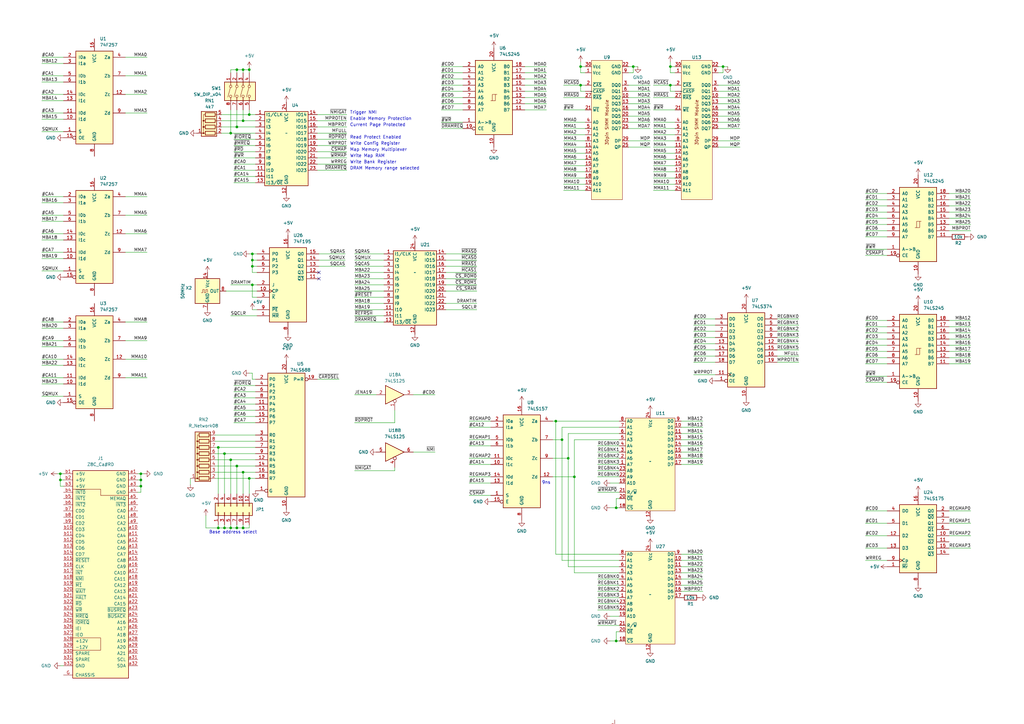
<source format=kicad_sch>
(kicad_sch (version 20230121) (generator eeschema)
  (paper "A3")
  (junction (at 103.505 116.84))
  (junction (at 235.585 195.58))
  (junction (at 274.955 27.305))
  (junction (at 94.615 188.595))
  (junction (at 89.535 216.535))
  (junction (at 233.045 187.96))
  (junction (at 97.155 191.135))
  (junction (at 274.955 34.925))
  (junction (at 259.715 27.305))
  (junction (at 92.075 186.055))
  (junction (at 94.615 216.535))
  (junction (at 102.235 196.215))
  (junction (at 252.73 262.89))
  (junction (at 103.505 106.68))
  (junction (at 230.505 180.34))
  (junction (at 97.155 52.07))
  (junction (at 238.125 34.925))
  (junction (at 252.73 208.28))
  (junction (at 97.155 28.575))
  (junction (at 296.545 27.305))
  (junction (at 57.785 199.39))
  (junction (at 97.155 216.535))
  (junction (at 99.695 28.575))
  (junction (at 89.535 183.515))
  (junction (at 102.235 28.575))
  (junction (at 238.125 27.305))
  (junction (at 94.615 54.61))
  (junction (at 24.765 194.31))
  (junction (at 99.695 49.53))
  (junction (at 102.235 46.99))
  (junction (at 227.965 172.72))
  (junction (at 57.785 194.31))
  (junction (at 103.505 104.14))
  (junction (at 92.075 216.535))
  (junction (at 99.695 193.675))
  (junction (at 24.765 196.85))
  (junction (at 57.785 196.85))
  (junction (at 103.505 109.22))
  (junction (at 99.695 216.535))
  (no_connect (at 130.81 114.3))
  (no_connect (at 130.81 111.76))
  (wire (pts (xy 145.415 106.68) (xy 157.48 106.68)))
  (wire (pts (xy 57.785 199.39) (xy 56.515 199.39)))
  (wire (pts (xy 231.14 40.005) (xy 240.03 40.005)))
  (wire (pts (xy 230.505 180.34) (xy 230.505 175.26)))
  (wire (pts (xy 254 240.03) (xy 245.11 240.03)))
  (wire (pts (xy 354.965 224.79) (xy 363.855 224.79)))
  (wire (pts (xy 57.785 201.93) (xy 56.515 201.93)))
  (wire (pts (xy 26.035 106.045) (xy 17.145 106.045)))
  (wire (pts (xy 102.235 104.14) (xy 103.505 104.14)))
  (wire (pts (xy 95.885 72.39) (xy 104.775 72.39)))
  (wire (pts (xy 51.435 95.885) (xy 60.325 95.885)))
  (wire (pts (xy 389.255 219.71) (xy 398.145 219.71)))
  (wire (pts (xy 88.265 193.675) (xy 99.695 193.675)))
  (wire (pts (xy 102.235 27.94) (xy 102.235 28.575)))
  (wire (pts (xy 51.435 38.735) (xy 60.325 38.735)))
  (wire (pts (xy 284.48 140.97) (xy 293.37 140.97)))
  (wire (pts (xy 215.265 45.085) (xy 224.155 45.085)))
  (wire (pts (xy 103.505 106.68) (xy 103.505 104.14)))
  (wire (pts (xy 276.86 52.705) (xy 267.97 52.705)))
  (wire (pts (xy 51.435 88.265) (xy 60.325 88.265)))
  (wire (pts (xy 26.035 111.125) (xy 17.145 111.125)))
  (wire (pts (xy 254 242.57) (xy 245.11 242.57)))
  (wire (pts (xy 145.415 116.84) (xy 157.48 116.84)))
  (wire (pts (xy 84.455 211.455) (xy 84.455 216.535)))
  (wire (pts (xy 130.175 46.99) (xy 142.24 46.99)))
  (wire (pts (xy 215.265 34.925) (xy 224.155 34.925)))
  (wire (pts (xy 103.505 116.84) (xy 105.41 116.84)))
  (wire (pts (xy 99.695 193.675) (xy 104.775 193.675)))
  (wire (pts (xy 201.295 180.34) (xy 192.405 180.34)))
  (wire (pts (xy 389.255 81.915) (xy 398.145 81.915)))
  (wire (pts (xy 245.11 195.58) (xy 254 195.58)))
  (wire (pts (xy 252.73 262.89) (xy 254 262.89)))
  (wire (pts (xy 257.81 40.005) (xy 266.7 40.005)))
  (wire (pts (xy 97.155 191.135) (xy 104.775 191.135)))
  (wire (pts (xy 354.965 139.065) (xy 363.855 139.065)))
  (wire (pts (xy 92.71 119.38) (xy 105.41 119.38)))
  (wire (pts (xy 389.255 136.525) (xy 398.145 136.525)))
  (wire (pts (xy 26.035 90.805) (xy 17.145 90.805)))
  (wire (pts (xy 102.235 45.085) (xy 102.235 46.99)))
  (wire (pts (xy 180.975 29.845) (xy 189.865 29.845)))
  (wire (pts (xy 354.965 104.775) (xy 363.855 104.775)))
  (wire (pts (xy 354.965 149.225) (xy 363.855 149.225)))
  (wire (pts (xy 195.58 111.76) (xy 182.88 111.76)))
  (wire (pts (xy 57.785 196.85) (xy 57.785 199.39)))
  (wire (pts (xy 354.965 156.845) (xy 363.855 156.845)))
  (wire (pts (xy 180.975 37.465) (xy 189.865 37.465)))
  (wire (pts (xy 267.97 34.925) (xy 274.955 34.925)))
  (wire (pts (xy 279.4 175.26) (xy 288.29 175.26)))
  (wire (pts (xy 284.48 148.59) (xy 293.37 148.59)))
  (wire (pts (xy 215.265 32.385) (xy 224.155 32.385)))
  (wire (pts (xy 238.125 34.925) (xy 240.03 34.925)))
  (wire (pts (xy 294.64 37.465) (xy 303.53 37.465)))
  (wire (pts (xy 24.765 194.31) (xy 24.765 196.85)))
  (wire (pts (xy 145.415 193.04) (xy 161.925 193.04)))
  (wire (pts (xy 94.615 129.54) (xy 105.41 129.54)))
  (wire (pts (xy 145.415 161.925) (xy 154.305 161.925)))
  (wire (pts (xy 254 237.49) (xy 245.11 237.49)))
  (wire (pts (xy 51.435 23.495) (xy 60.325 23.495)))
  (wire (pts (xy 142.24 52.07) (xy 130.175 52.07)))
  (wire (pts (xy 26.035 142.24) (xy 17.145 142.24)))
  (wire (pts (xy 276.86 50.165) (xy 267.97 50.165)))
  (wire (pts (xy 102.235 196.215) (xy 102.235 202.565)))
  (wire (pts (xy 284.48 138.43) (xy 293.37 138.43)))
  (wire (pts (xy 78.105 196.215) (xy 78.105 198.755)))
  (wire (pts (xy 142.24 69.85) (xy 130.175 69.85)))
  (wire (pts (xy 257.81 34.925) (xy 266.7 34.925)))
  (wire (pts (xy 354.965 86.995) (xy 363.855 86.995)))
  (wire (pts (xy 17.145 46.355) (xy 26.035 46.355)))
  (wire (pts (xy 279.4 185.42) (xy 288.29 185.42)))
  (wire (pts (xy 226.695 187.96) (xy 233.045 187.96)))
  (wire (pts (xy 26.035 134.62) (xy 17.145 134.62)))
  (wire (pts (xy 105.41 109.22) (xy 103.505 109.22)))
  (wire (pts (xy 26.035 157.48) (xy 17.145 157.48)))
  (wire (pts (xy 245.11 250.19) (xy 254 250.19)))
  (wire (pts (xy 99.695 28.575) (xy 99.695 29.845)))
  (wire (pts (xy 89.535 183.515) (xy 104.775 183.515)))
  (wire (pts (xy 24.765 196.85) (xy 26.035 196.85)))
  (wire (pts (xy 88.265 186.055) (xy 92.075 186.055)))
  (wire (pts (xy 192.405 175.26) (xy 201.295 175.26)))
  (wire (pts (xy 318.77 146.05) (xy 327.66 146.05)))
  (wire (pts (xy 17.145 154.94) (xy 26.035 154.94)))
  (wire (pts (xy 279.4 240.03) (xy 288.29 240.03)))
  (wire (pts (xy 240.03 65.405) (xy 231.14 65.405)))
  (wire (pts (xy 99.695 49.53) (xy 90.805 49.53)))
  (wire (pts (xy 201.295 187.96) (xy 192.405 187.96)))
  (wire (pts (xy 294.64 45.085) (xy 303.53 45.085)))
  (wire (pts (xy 26.035 83.185) (xy 17.145 83.185)))
  (wire (pts (xy 103.505 109.22) (xy 103.505 106.68)))
  (wire (pts (xy 233.045 187.96) (xy 233.045 232.41)))
  (wire (pts (xy 99.695 216.535) (xy 102.235 216.535)))
  (wire (pts (xy 257.81 47.625) (xy 266.7 47.625)))
  (wire (pts (xy 227.965 227.33) (xy 254 227.33)))
  (wire (pts (xy 26.035 33.655) (xy 17.145 33.655)))
  (wire (pts (xy 389.255 149.225) (xy 398.145 149.225)))
  (wire (pts (xy 318.77 138.43) (xy 327.66 138.43)))
  (wire (pts (xy 231.14 34.925) (xy 238.125 34.925)))
  (wire (pts (xy 250.19 252.73) (xy 254 252.73)))
  (wire (pts (xy 178.435 185.42) (xy 169.545 185.42)))
  (wire (pts (xy 274.955 34.925) (xy 276.86 34.925)))
  (wire (pts (xy 142.24 49.53) (xy 130.175 49.53)))
  (wire (pts (xy 95.885 158.115) (xy 104.775 158.115)))
  (wire (pts (xy 354.965 97.155) (xy 363.855 97.155)))
  (wire (pts (xy 240.03 78.105) (xy 231.14 78.105)))
  (wire (pts (xy 257.81 52.705) (xy 266.7 52.705)))
  (wire (pts (xy 245.11 247.65) (xy 254 247.65)))
  (wire (pts (xy 94.615 54.61) (xy 104.775 54.61)))
  (wire (pts (xy 235.585 195.58) (xy 235.585 234.95)))
  (wire (pts (xy 279.4 190.5) (xy 288.29 190.5)))
  (wire (pts (xy 103.505 121.92) (xy 103.505 116.84)))
  (wire (pts (xy 142.24 67.31) (xy 130.175 67.31)))
  (wire (pts (xy 257.81 29.845) (xy 259.715 29.845)))
  (wire (pts (xy 354.965 136.525) (xy 363.855 136.525)))
  (wire (pts (xy 279.4 234.95) (xy 288.29 234.95)))
  (wire (pts (xy 145.415 109.22) (xy 157.48 109.22)))
  (wire (pts (xy 84.455 216.535) (xy 89.535 216.535)))
  (wire (pts (xy 95.885 67.31) (xy 104.775 67.31)))
  (wire (pts (xy 294.64 50.165) (xy 303.53 50.165)))
  (wire (pts (xy 294.64 52.705) (xy 303.53 52.705)))
  (wire (pts (xy 97.155 52.07) (xy 90.805 52.07)))
  (wire (pts (xy 245.11 193.04) (xy 254 193.04)))
  (wire (pts (xy 95.885 62.23) (xy 104.775 62.23)))
  (wire (pts (xy 267.97 45.085) (xy 276.86 45.085)))
  (wire (pts (xy 94.615 216.535) (xy 97.155 216.535)))
  (wire (pts (xy 89.535 202.565) (xy 89.535 183.515)))
  (wire (pts (xy 279.4 227.33) (xy 288.29 227.33)))
  (wire (pts (xy 215.265 37.465) (xy 224.155 37.465)))
  (wire (pts (xy 51.435 31.115) (xy 60.325 31.115)))
  (wire (pts (xy 180.975 40.005) (xy 189.865 40.005)))
  (wire (pts (xy 227.965 172.72) (xy 227.965 227.33)))
  (wire (pts (xy 259.715 29.845) (xy 259.715 27.305)))
  (wire (pts (xy 389.255 92.075) (xy 398.145 92.075)))
  (wire (pts (xy 180.975 50.165) (xy 189.865 50.165)))
  (wire (pts (xy 240.03 52.705) (xy 231.14 52.705)))
  (wire (pts (xy 284.48 130.81) (xy 293.37 130.81)))
  (wire (pts (xy 24.765 194.31) (xy 26.035 194.31)))
  (wire (pts (xy 92.075 216.535) (xy 94.615 216.535)))
  (wire (pts (xy 276.86 55.245) (xy 267.97 55.245)))
  (wire (pts (xy 103.505 104.14) (xy 105.41 104.14)))
  (wire (pts (xy 240.03 75.565) (xy 231.14 75.565)))
  (wire (pts (xy 95.885 69.85) (xy 104.775 69.85)))
  (wire (pts (xy 389.255 224.79) (xy 398.145 224.79)))
  (wire (pts (xy 145.415 129.54) (xy 157.48 129.54)))
  (wire (pts (xy 24.765 199.39) (xy 26.035 199.39)))
  (wire (pts (xy 92.075 216.535) (xy 92.075 215.265)))
  (wire (pts (xy 274.955 27.305) (xy 276.86 27.305)))
  (wire (pts (xy 235.585 195.58) (xy 235.585 180.34)))
  (wire (pts (xy 233.045 187.96) (xy 233.045 177.8)))
  (wire (pts (xy 254 187.96) (xy 245.11 187.96)))
  (wire (pts (xy 17.145 31.115) (xy 26.035 31.115)))
  (wire (pts (xy 259.715 27.305) (xy 261.62 27.305)))
  (wire (pts (xy 97.155 52.07) (xy 104.775 52.07)))
  (wire (pts (xy 102.235 216.535) (xy 102.235 215.265)))
  (wire (pts (xy 195.58 119.38) (xy 182.88 119.38)))
  (wire (pts (xy 230.505 229.87) (xy 254 229.87)))
  (wire (pts (xy 284.48 153.67) (xy 293.37 153.67)))
  (wire (pts (xy 354.965 102.235) (xy 363.855 102.235)))
  (wire (pts (xy 226.695 195.58) (xy 235.585 195.58)))
  (wire (pts (xy 294.64 27.305) (xy 296.545 27.305)))
  (wire (pts (xy 17.145 80.645) (xy 26.035 80.645)))
  (wire (pts (xy 240.03 37.465) (xy 238.125 37.465)))
  (wire (pts (xy 192.405 198.12) (xy 201.295 198.12)))
  (wire (pts (xy 105.41 121.92) (xy 103.505 121.92)))
  (wire (pts (xy 95.885 165.735) (xy 104.775 165.735)))
  (wire (pts (xy 276.86 29.845) (xy 274.955 29.845)))
  (wire (pts (xy 354.965 84.455) (xy 363.855 84.455)))
  (wire (pts (xy 103.505 153.035) (xy 103.505 155.575)))
  (wire (pts (xy 279.4 187.96) (xy 288.29 187.96)))
  (wire (pts (xy 95.885 170.815) (xy 104.775 170.815)))
  (wire (pts (xy 230.505 175.26) (xy 254 175.26)))
  (wire (pts (xy 130.81 109.22) (xy 141.605 109.22)))
  (wire (pts (xy 354.965 144.145) (xy 363.855 144.145)))
  (wire (pts (xy 57.785 196.85) (xy 56.515 196.85)))
  (wire (pts (xy 230.505 180.34) (xy 230.505 229.87)))
  (wire (pts (xy 161.925 193.04) (xy 161.925 191.77)))
  (wire (pts (xy 180.975 32.385) (xy 189.865 32.385)))
  (wire (pts (xy 252.73 259.08) (xy 252.73 262.89)))
  (wire (pts (xy 130.175 64.77) (xy 142.24 64.77)))
  (wire (pts (xy 51.435 80.645) (xy 60.325 80.645)))
  (wire (pts (xy 95.885 173.355) (xy 104.775 173.355)))
  (wire (pts (xy 142.24 62.23) (xy 130.175 62.23)))
  (wire (pts (xy 296.545 29.845) (xy 296.545 27.305)))
  (wire (pts (xy 215.265 27.305) (xy 224.155 27.305)))
  (wire (pts (xy 102.235 196.215) (xy 104.775 196.215)))
  (wire (pts (xy 130.81 106.68) (xy 141.605 106.68)))
  (wire (pts (xy 354.965 89.535) (xy 363.855 89.535)))
  (wire (pts (xy 145.415 121.92) (xy 157.48 121.92)))
  (wire (pts (xy 318.77 140.97) (xy 327.66 140.97)))
  (wire (pts (xy 17.145 88.265) (xy 26.035 88.265)))
  (wire (pts (xy 354.965 219.71) (xy 363.855 219.71)))
  (wire (pts (xy 296.545 27.305) (xy 298.45 27.305)))
  (wire (pts (xy 130.175 57.15) (xy 142.24 57.15)))
  (wire (pts (xy 99.695 49.53) (xy 99.695 45.085)))
  (wire (pts (xy 105.41 106.68) (xy 103.505 106.68)))
  (wire (pts (xy 103.505 127) (xy 105.41 127)))
  (wire (pts (xy 294.64 29.845) (xy 296.545 29.845)))
  (wire (pts (xy 104.775 49.53) (xy 99.695 49.53)))
  (wire (pts (xy 180.975 42.545) (xy 189.865 42.545)))
  (wire (pts (xy 233.045 177.8) (xy 254 177.8)))
  (wire (pts (xy 26.035 41.275) (xy 17.145 41.275)))
  (wire (pts (xy 276.86 62.865) (xy 267.97 62.865)))
  (wire (pts (xy 240.03 57.785) (xy 231.14 57.785)))
  (wire (pts (xy 389.255 209.55) (xy 398.145 209.55)))
  (wire (pts (xy 389.255 86.995) (xy 398.145 86.995)))
  (wire (pts (xy 318.77 135.89) (xy 327.66 135.89)))
  (wire (pts (xy 318.77 143.51) (xy 327.66 143.51)))
  (wire (pts (xy 235.585 234.95) (xy 254 234.95)))
  (wire (pts (xy 97.155 45.085) (xy 97.155 52.07)))
  (wire (pts (xy 92.075 186.055) (xy 104.775 186.055)))
  (wire (pts (xy 274.955 27.305) (xy 274.955 25.4)))
  (wire (pts (xy 240.03 62.865) (xy 231.14 62.865)))
  (wire (pts (xy 389.255 141.605) (xy 398.145 141.605)))
  (wire (pts (xy 88.265 178.435) (xy 104.775 178.435)))
  (wire (pts (xy 51.435 132.08) (xy 60.325 132.08)))
  (wire (pts (xy 95.885 160.655) (xy 104.775 160.655)))
  (wire (pts (xy 102.235 46.99) (xy 104.775 46.99)))
  (wire (pts (xy 254 182.88) (xy 245.11 182.88)))
  (wire (pts (xy 238.125 27.305) (xy 240.03 27.305)))
  (wire (pts (xy 279.4 237.49) (xy 288.29 237.49)))
  (wire (pts (xy 192.405 182.88) (xy 201.295 182.88)))
  (wire (pts (xy 24.765 196.85) (xy 24.765 199.39)))
  (wire (pts (xy 92.075 186.055) (xy 92.075 202.565)))
  (wire (pts (xy 195.58 104.14) (xy 182.88 104.14)))
  (wire (pts (xy 354.965 141.605) (xy 363.855 141.605)))
  (wire (pts (xy 195.58 116.84) (xy 182.88 116.84)))
  (wire (pts (xy 254 259.08) (xy 252.73 259.08)))
  (wire (pts (xy 276.86 60.325) (xy 267.97 60.325)))
  (wire (pts (xy 389.255 139.065) (xy 398.145 139.065)))
  (wire (pts (xy 354.965 94.615) (xy 363.855 94.615)))
  (wire (pts (xy 88.265 196.215) (xy 102.235 196.215)))
  (wire (pts (xy 318.77 133.35) (xy 327.66 133.35)))
  (wire (pts (xy 145.415 104.14) (xy 157.48 104.14)))
  (wire (pts (xy 279.4 172.72) (xy 288.29 172.72)))
  (wire (pts (xy 51.435 103.505) (xy 60.325 103.505)))
  (wire (pts (xy 180.975 45.085) (xy 189.865 45.085)))
  (wire (pts (xy 94.615 188.595) (xy 94.615 202.565)))
  (wire (pts (xy 195.58 106.68) (xy 182.88 106.68)))
  (wire (pts (xy 288.29 242.57) (xy 279.4 242.57)))
  (wire (pts (xy 389.255 146.685) (xy 398.145 146.685)))
  (wire (pts (xy 240.03 67.945) (xy 231.14 67.945)))
  (wire (pts (xy 180.975 27.305) (xy 189.865 27.305)))
  (wire (pts (xy 294.64 40.005) (xy 303.53 40.005)))
  (wire (pts (xy 145.415 114.3) (xy 157.48 114.3)))
  (wire (pts (xy 180.975 52.705) (xy 189.865 52.705)))
  (wire (pts (xy 145.415 173.355) (xy 161.925 173.355)))
  (wire (pts (xy 245.11 245.11) (xy 254 245.11)))
  (wire (pts (xy 389.255 131.445) (xy 398.145 131.445)))
  (wire (pts (xy 276.86 70.485) (xy 267.97 70.485)))
  (wire (pts (xy 354.965 92.075) (xy 363.855 92.075)))
  (wire (pts (xy 139.065 155.575) (xy 130.175 155.575)))
  (wire (pts (xy 17.145 23.495) (xy 26.035 23.495)))
  (wire (pts (xy 250.19 262.89) (xy 252.73 262.89)))
  (wire (pts (xy 276.86 67.945) (xy 267.97 67.945)))
  (wire (pts (xy 24.765 273.05) (xy 26.035 273.05)))
  (wire (pts (xy 17.145 132.08) (xy 26.035 132.08)))
  (wire (pts (xy 279.4 182.88) (xy 288.29 182.88)))
  (wire (pts (xy 99.695 28.575) (xy 97.155 28.575)))
  (wire (pts (xy 178.435 161.925) (xy 169.545 161.925)))
  (wire (pts (xy 17.145 147.32) (xy 26.035 147.32)))
  (wire (pts (xy 240.03 50.165) (xy 231.14 50.165)))
  (wire (pts (xy 294.64 60.325) (xy 303.53 60.325)))
  (wire (pts (xy 95.885 74.93) (xy 104.775 74.93)))
  (wire (pts (xy 99.695 215.265) (xy 99.695 216.535)))
  (wire (pts (xy 97.155 28.575) (xy 97.155 29.845)))
  (wire (pts (xy 257.81 60.325) (xy 266.7 60.325)))
  (wire (pts (xy 102.235 153.035) (xy 103.505 153.035)))
  (wire (pts (xy 105.41 111.76) (xy 103.505 111.76)))
  (wire (pts (xy 254 185.42) (xy 245.11 185.42)))
  (wire (pts (xy 26.035 53.975) (xy 17.145 53.975)))
  (wire (pts (xy 97.155 216.535) (xy 99.695 216.535)))
  (wire (pts (xy 97.155 28.575) (xy 94.615 28.575)))
  (wire (pts (xy 279.4 180.34) (xy 288.29 180.34)))
  (wire (pts (xy 94.615 216.535) (xy 94.615 215.265)))
  (wire (pts (xy 354.965 133.985) (xy 363.855 133.985)))
  (wire (pts (xy 294.64 47.625) (xy 303.53 47.625)))
  (wire (pts (xy 182.88 124.46) (xy 195.58 124.46)))
  (wire (pts (xy 231.14 45.085) (xy 240.03 45.085)))
  (wire (pts (xy 389.255 84.455) (xy 398.145 84.455)))
  (wire (pts (xy 389.255 133.985) (xy 398.145 133.985)))
  (wire (pts (xy 389.255 144.145) (xy 398.145 144.145)))
  (wire (pts (xy 252.73 208.28) (xy 254 208.28)))
  (wire (pts (xy 26.035 149.86) (xy 17.145 149.86)))
  (wire (pts (xy 240.03 70.485) (xy 231.14 70.485)))
  (wire (pts (xy 274.955 29.845) (xy 274.955 27.305)))
  (wire (pts (xy 23.495 194.31) (xy 24.765 194.31)))
  (wire (pts (xy 389.255 214.63) (xy 398.145 214.63)))
  (wire (pts (xy 389.255 94.615) (xy 398.145 94.615)))
  (wire (pts (xy 240.03 60.325) (xy 231.14 60.325)))
  (wire (pts (xy 354.965 214.63) (xy 363.855 214.63)))
  (wire (pts (xy 257.81 45.085) (xy 266.7 45.085)))
  (wire (pts (xy 233.045 232.41) (xy 254 232.41)))
  (wire (pts (xy 103.505 155.575) (xy 104.775 155.575)))
  (wire (pts (xy 192.405 203.2) (xy 201.295 203.2)))
  (wire (pts (xy 238.125 37.465) (xy 238.125 34.925)))
  (wire (pts (xy 51.435 139.7) (xy 60.325 139.7)))
  (wire (pts (xy 354.965 79.375) (xy 363.855 79.375)))
  (wire (pts (xy 51.435 147.32) (xy 60.325 147.32)))
  (wire (pts (xy 56.515 194.31) (xy 57.785 194.31)))
  (wire (pts (xy 103.505 111.76) (xy 103.505 109.22)))
  (wire (pts (xy 130.81 104.14) (xy 141.605 104.14)))
  (wire (pts (xy 215.265 29.845) (xy 224.155 29.845)))
  (wire (pts (xy 226.695 172.72) (xy 227.965 172.72)))
  (wire (pts (xy 180.975 34.925) (xy 189.865 34.925)))
  (wire (pts (xy 99.695 193.675) (xy 99.695 202.565)))
  (wire (pts (xy 192.405 190.5) (xy 201.295 190.5)))
  (wire (pts (xy 245.11 256.54) (xy 254 256.54)))
  (wire (pts (xy 257.81 50.165) (xy 266.7 50.165)))
  (wire (pts (xy 257.81 37.465) (xy 266.7 37.465)))
  (wire (pts (xy 235.585 180.34) (xy 254 180.34)))
  (wire (pts (xy 95.885 64.77) (xy 104.775 64.77)))
  (wire (pts (xy 252.73 204.47) (xy 252.73 208.28)))
  (wire (pts (xy 195.58 109.22) (xy 182.88 109.22)))
  (wire (pts (xy 17.145 139.7) (xy 26.035 139.7)))
  (wire (pts (xy 276.86 78.105) (xy 267.97 78.105)))
  (wire (pts (xy 226.695 180.34) (xy 230.505 180.34)))
  (wire (pts (xy 294.64 42.545) (xy 303.53 42.545)))
  (wire (pts (xy 57.785 199.39) (xy 57.785 201.93)))
  (wire (pts (xy 88.265 188.595) (xy 94.615 188.595)))
  (wire (pts (xy 95.885 168.275) (xy 104.775 168.275)))
  (wire (pts (xy 57.785 194.31) (xy 59.055 194.31)))
  (wire (pts (xy 318.77 130.81) (xy 327.66 130.81)))
  (wire (pts (xy 215.265 42.545) (xy 224.155 42.545)))
  (wire (pts (xy 51.435 46.355) (xy 60.325 46.355)))
  (wire (pts (xy 354.965 154.305) (xy 363.855 154.305)))
  (wire (pts (xy 89.535 216.535) (xy 92.075 216.535)))
  (wire (pts (xy 97.155 191.135) (xy 97.155 202.565)))
  (wire (pts (xy 26.035 48.895) (xy 17.145 48.895)))
  (wire (pts (xy 26.035 26.035) (xy 17.145 26.035)))
  (wire (pts (xy 276.86 65.405) (xy 267.97 65.405)))
  (wire (pts (xy 201.295 195.58) (xy 192.405 195.58)))
  (wire (pts (xy 145.415 132.08) (xy 157.48 132.08)))
  (wire (pts (xy 279.4 229.87) (xy 288.29 229.87)))
  (wire (pts (xy 279.4 177.8) (xy 288.29 177.8)))
  (wire (pts (xy 95.885 163.195) (xy 104.775 163.195)))
  (wire (pts (xy 201.295 172.72) (xy 192.405 172.72)))
  (wire (pts (xy 267.97 40.005) (xy 276.86 40.005)))
  (wire (pts (xy 94.615 116.84) (xy 103.505 116.84)))
  (wire (pts (xy 97.155 216.535) (xy 97.155 215.265)))
  (wire (pts (xy 17.145 103.505) (xy 26.035 103.505)))
  (wire (pts (xy 250.19 198.12) (xy 254 198.12)))
  (wire (pts (xy 254 204.47) (xy 252.73 204.47)))
  (wire (pts (xy 182.88 127) (xy 195.58 127)))
  (wire (pts (xy 95.885 59.69) (xy 104.775 59.69)))
  (wire (pts (xy 17.145 38.735) (xy 26.035 38.735)))
  (wire (pts (xy 102.235 28.575) (xy 99.695 28.575)))
  (wire (pts (xy 294.64 34.925) (xy 303.53 34.925)))
  (wire (pts (xy 157.48 127) (xy 145.415 127)))
  (wire (pts (xy 142.24 54.61) (xy 130.175 54.61)))
  (wire (pts (xy 276.86 57.785) (xy 267.97 57.785)))
  (wire (pts (xy 227.965 172.72) (xy 254 172.72)))
  (wire (pts (xy 240.03 29.845) (xy 238.125 29.845)))
  (wire (pts (xy 17.145 95.885) (xy 26.035 95.885)))
  (wire (pts (xy 195.58 114.3) (xy 182.88 114.3)))
  (wire (pts (xy 257.81 27.305) (xy 259.715 27.305)))
  (wire (pts (xy 94.615 28.575) (xy 94.615 29.845)))
  (wire (pts (xy 354.965 131.445) (xy 363.855 131.445)))
  (wire (pts (xy 26.035 162.56) (xy 17.145 162.56)))
  (wire (pts (xy 245.11 201.93) (xy 254 201.93)))
  (wire (pts (xy 215.265 40.005) (xy 224.155 40.005)))
  (wire (pts (xy 102.235 28.575) (xy 102.235 29.845)))
  (wire (pts (xy 88.265 180.975) (xy 104.775 180.975)))
  (wire (pts (xy 279.4 232.41) (xy 288.29 232.41)))
  (wire (pts (xy 284.48 143.51) (xy 293.37 143.51)))
  (wire (pts (xy 274.955 37.465) (xy 274.955 34.925)))
  (wire (pts (xy 88.265 183.515) (xy 89.535 183.515)))
  (wire (pts (xy 161.925 168.275) (xy 161.925 173.355)))
  (wire (pts (xy 257.81 42.545) (xy 266.7 42.545)))
  (wire (pts (xy 389.255 79.375) (xy 398.145 79.375)))
  (wire (pts (xy 276.86 73.025) (xy 267.97 73.025)))
  (wire (pts (xy 238.125 27.305) (xy 238.125 25.4)))
  (wire (pts (xy 284.48 135.89) (xy 293.37 135.89)))
  (wire (pts (xy 276.86 37.465) (xy 274.955 37.465)))
  (wire (pts (xy 102.235 46.99) (xy 90.805 46.99)))
  (wire (pts (xy 57.785 194.31) (xy 57.785 196.85)))
  (wire (pts (xy 145.415 124.46) (xy 157.48 124.46)))
  (wire (pts (xy 284.48 146.05) (xy 293.37 146.05)))
  (wire (pts (xy 276.86 75.565) (xy 267.97 75.565)))
  (wire (pts (xy 240.03 73.025) (xy 231.14 73.025)))
  (wire (pts (xy 145.415 111.76) (xy 157.48 111.76)))
  (wire (pts (xy 250.19 208.28) (xy 252.73 208.28)))
  (wire (pts (xy 354.965 81.915) (xy 363.855 81.915)))
  (wire (pts (xy 89.535 215.265) (xy 89.535 216.535)))
  (wire (pts (xy 104.775 57.15) (xy 95.885 57.15)))
  (wire (pts (xy 294.64 57.785) (xy 303.53 57.785)))
  (wire (pts (xy 145.415 119.38) (xy 157.48 119.38)))
  (wire (pts (xy 257.81 57.785) (xy 266.7 57.785)))
  (wire (pts (xy 354.965 146.685) (xy 363.855 146.685)))
  (wire (pts (xy 238.125 29.845) (xy 238.125 27.305)))
  (wire (pts (xy 284.48 133.35) (xy 293.37 133.35)))
  (wire (pts (xy 94.615 54.61) (xy 90.805 54.61)))
  (wire (pts (xy 26.035 98.425) (xy 17.145 98.425)))
  (wire (pts (xy 94.615 188.595) (xy 104.775 188.595)))
  (wire (pts (xy 94.615 45.085) (xy 94.615 54.61)))
  (wire (pts (xy 354.965 209.55) (xy 363.855 209.55)))
  (wire (pts (xy 245.11 190.5) (xy 254 190.5)))
  (wire (pts (xy 130.175 59.69) (xy 142.24 59.69)))
  (wire (pts (xy 354.965 229.87) (xy 363.855 229.87)))
  (wire (pts (xy 88.265 191.135) (xy 97.155 191.135)))
  (wire (pts (xy 51.435 154.94) (xy 60.325 154.94)))
  (wire (pts (xy 389.255 89.535) (xy 398.145 89.535)))
  (wire (pts (xy 240.03 55.245) (xy 231.14 55.245)))
  (wire (pts (xy 318.77 148.59) (xy 327.66 148.59)))
  (text "Read Protect Enabled" (at 143.51 57.15 0) (effects (font (size 1.27 1.27)) (justify left bottom)))
  (text "Base address select" (at 85.725 219.075 0) (effects (font (size 1.27 1.27)) (justify left bottom)))
  (text "9ns\n" (at 222.25 198.755 0) (effects (font (size 1.27 1.27)) (justify left bottom)))
  (text "Write Bank Register" (at 143.51 67.31 0) (effects (font (size 1.27 1.27)) (justify left bottom)))
  (text "Map Memory Multiplexer" (at 143.51 62.23 0) (effects (font (size 1.27 1.27)) (justify left bottom)))
  (text "Current Page Protected" (at 143.51 52.07 0) (effects (font (size 1.27 1.27)) (justify left bottom)))
  (text "DRAM Memory range selected" (at 143.51 69.85 0) (effects (font (size 1.27 1.27)) (justify left bottom)))
  (text "Trigger NMI" (at 143.51 46.99 0) (effects (font (size 1.27 1.27)) (justify left bottom)))
  (text "Enable Memory Protection" (at 143.51 49.53 0) (effects (font (size 1.27 1.27)) (justify left bottom)))
  (text "Write Config Register" (at 143.51 59.69 0) (effects (font (size 1.27 1.27)) (justify left bottom)))
  (text "Write Map RAM" (at 143.51 64.77 0) (effects (font (size 1.27 1.27)) (justify left bottom)))
  (label "MMA9" (at 267.97 73.025 0))
  (label "~{#WR}" (at 354.965 102.235 0))
  (label "REGMAP2" (at 192.405 187.96 0))
  (label "#CA4" (at 95.885 165.735 0))
  (label "~{CSMAP}" (at 192.405 203.2 0))
  (label "#CD1" (at 354.965 133.985 0))
  (label "~{#RESET}" (at 145.415 121.92 0))
  (label "MBA25" (at 145.415 119.38 0))
  (label "MMA11" (at 267.97 78.105 0))
  (label "#CA15" (at 95.885 74.93 0))
  (label "MBA22" (at 145.415 111.76 0))
  (label "MMA1" (at 60.325 31.115 180))
  (label "MMA2" (at 267.97 55.245 0))
  (label "#CA2" (at 95.885 160.655 0))
  (label "MBA17" (at 398.145 144.145 180))
  (label "MDA5" (at 266.7 47.625 180))
  (label "MFULL" (at 142.24 54.61 180))
  (label "REGBNK5" (at 245.11 250.19 0))
  (label "MBA14" (at 398.145 136.525 180))
  (label "#CD4" (at 354.965 89.535 0))
  (label "#CD0" (at 354.965 131.445 0))
  (label "~{MRAS0}" (at 231.14 40.005 0))
  (label "MBA13" (at 398.145 133.985 180))
  (label "DRAMTIM" (at 94.615 116.84 0))
  (label "#CD6" (at 354.965 146.685 0))
  (label "MMA0" (at 60.325 23.495 180))
  (label "MBA20" (at 17.145 134.62 0))
  (label "~{RDPROT}" (at 142.24 57.15 180))
  (label "~{WRMAP}" (at 142.24 64.77 180))
  (label "~{#WR}" (at 95.885 64.77 0))
  (label "#CD2" (at 354.965 136.525 0))
  (label "~{#IOREQ}" (at 95.885 158.115 0))
  (label "MMA0" (at 231.14 50.165 0))
  (label "WRREG" (at 142.24 67.31 180))
  (label "~{CSMAP0}" (at 354.965 156.845 0))
  (label "~{#WR}" (at 231.14 45.085 0))
  (label "#CD3" (at 354.965 224.79 0))
  (label "MDA6" (at 303.53 50.165 180))
  (label "REGMAP3" (at 398.145 224.79 180))
  (label "REGMAP2" (at 398.145 219.71 180))
  (label "#CA7" (at 17.145 103.505 0))
  (label "#CD5" (at 354.965 92.075 0))
  (label "MDA7" (at 224.155 45.085 180))
  (label "MPROTEN" (at 327.66 148.59 180))
  (label "MBA15" (at 288.29 180.34 180))
  (label "#CA0" (at 95.885 67.31 0))
  (label "MMA3" (at 231.14 57.785 0))
  (label "~{#RD}" (at 95.885 62.23 0))
  (label "#CA3" (at 17.145 46.355 0))
  (label "MDA7" (at 303.53 52.705 180))
  (label "MDA0" (at 266.7 34.925 180))
  (label "#CA3" (at 95.885 163.195 0))
  (label "MBA14" (at 288.29 177.8 180))
  (label "~{CS_ROM0}" (at 195.58 114.3 180))
  (label "~{MCAS0}" (at 195.58 106.68 180))
  (label "MBA19" (at 288.29 190.5 180))
  (label "MDA6" (at 224.155 42.545 180))
  (label "SQRAS" (at 145.415 104.14 0))
  (label "MDA5" (at 303.53 47.625 180))
  (label "MDA3" (at 224.155 34.925 180))
  (label "MMA8" (at 60.325 132.08 180))
  (label "MPROTEN" (at 142.24 49.53 180))
  (label "MBA23" (at 288.29 234.95 180))
  (label "REGBNK3" (at 327.66 138.43 180))
  (label "#CD0" (at 354.965 79.375 0))
  (label "MDA4" (at 303.53 45.085 180))
  (label "MMA4" (at 60.325 80.645 180))
  (label "REGBNK2" (at 327.66 135.89 180))
  (label "SQMUX" (at 17.145 53.975 0))
  (label "MMA5" (at 231.14 62.865 0))
  (label "REGBNK0" (at 245.11 237.49 0))
  (label "MBA19" (at 398.145 149.225 180))
  (label "#CD5" (at 284.48 143.51 0))
  (label "REGBNK3" (at 245.11 190.5 0))
  (label "#CA9" (at 17.145 139.7 0))
  (label "SQCAS" (at 141.605 109.22 180))
  (label "#CA1" (at 95.885 69.85 0))
  (label "MBA24" (at 398.145 89.535 180))
  (label "MBA19" (at 17.145 106.045 0))
  (label "#CD4" (at 354.965 141.605 0))
  (label "REGBNK4" (at 245.11 193.04 0))
  (label "#CA10" (at 17.145 147.32 0))
  (label "#CD4" (at 180.975 37.465 0))
  (label "MDA7" (at 266.7 52.705 180))
  (label "DRAMTIM" (at 195.58 124.46 180))
  (label "#CD5" (at 354.965 144.145 0))
  (label "MBA22" (at 398.145 84.455 180))
  (label "#CD3" (at 284.48 138.43 0))
  (label "MDA4" (at 266.7 45.085 180))
  (label "MDA2" (at 224.155 32.385 180))
  (label "SQCLR" (at 94.615 129.54 0))
  (label "MMA8" (at 231.14 70.485 0))
  (label "MBA21" (at 398.145 81.915 180))
  (label "MMA10" (at 60.325 147.32 180))
  (label "MBA15" (at 398.145 139.065 180))
  (label "#CD0" (at 180.975 27.305 0))
  (label "MBA12" (at 398.145 131.445 180))
  (label "SQMUX" (at 141.605 106.68 180))
  (label "SQMUX" (at 17.145 111.125 0))
  (label "MBA20" (at 398.145 79.375 180))
  (label "~{WRMAP1}" (at 245.11 256.54 0))
  (label "~{#IOREQ}" (at 95.885 57.15 0))
  (label "REGMAP3" (at 192.405 195.58 0))
  (label "SQCLR" (at 195.58 127 180))
  (label "~{NMIGAT}" (at 145.415 193.04 0))
  (label "MMA7" (at 231.14 67.945 0))
  (label "MDA2" (at 303.53 40.005 180))
  (label "#CD4" (at 284.48 140.97 0))
  (label "MDA0" (at 224.155 27.305 180))
  (label "MBA24" (at 145.415 116.84 0))
  (label "MDA1" (at 266.7 37.465 180))
  (label "MBA21" (at 288.29 229.87 180))
  (label "~{MCAS0}" (at 231.14 34.925 0))
  (label "MBA12" (at 288.29 172.72 180))
  (label "MMA3" (at 60.325 46.355 180))
  (label "#CA5" (at 95.885 168.275 0))
  (label "#CD0" (at 354.965 209.55 0))
  (label "~{CSMAP}" (at 142.24 62.23 180))
  (label "#CA1" (at 17.145 31.115 0))
  (label "#CD2" (at 354.965 219.71 0))
  (label "MDA6" (at 266.7 50.165 180))
  (label "#CA6" (at 95.885 170.815 0))
  (label "MQP" (at 266.7 60.325 180))
  (label "MDA0" (at 303.53 34.925 180))
  (label "WRREG" (at 354.965 229.87 0))
  (label "#CA15" (at 192.405 198.12 0))
  (label "#CD2" (at 284.48 135.89 0))
  (label "WRPROT" (at 284.48 153.67 0))
  (label "#CA12" (at 192.405 175.26 0))
  (label "#CD6" (at 284.48 146.05 0))
  (label "MBPROT" (at 142.24 52.07 180))
  (label "MBA13" (at 17.145 33.655 0))
  (label "MDA1" (at 224.155 29.845 180))
  (label "~{#WR}" (at 354.965 154.305 0))
  (label "MBPROT" (at 398.145 94.615 180))
  (label "~{WRMAP0}" (at 245.11 201.93 0))
  (label "MBA22" (at 288.29 232.41 180))
  (label "MMA11" (at 60.325 154.94 180))
  (label "MBA19" (at 145.415 127 0))
  (label "~{MRAS1}" (at 195.58 109.22 180))
  (label "MMA7" (at 60.325 103.505 180))
  (label "SQRAS" (at 141.605 104.14 180))
  (label "MMA6" (at 267.97 65.405 0))
  (label "#CD3" (at 354.965 139.065 0))
  (label "MMA1" (at 267.97 52.705 0))
  (label "~{CARDSEL}" (at 139.065 155.575 180))
  (label "#CA7" (at 95.885 173.355 0))
  (label "MBA25" (at 398.145 92.075 180))
  (label "~{MRAS1}" (at 267.97 40.005 0))
  (label "MBA25" (at 288.29 240.03 180))
  (label "MDA4" (at 224.155 37.465 180))
  (label "REGBNK0" (at 327.66 130.81 180))
  (label "MQP" (at 303.53 60.325 180))
  (label "#CA14" (at 95.885 72.39 0))
  (label "~{CS_ROM1}" (at 195.58 116.84 180))
  (label "MBA22" (at 17.145 149.86 0))
  (label "MDA5" (at 224.155 40.005 180))
  (label "#CA5" (at 17.145 88.265 0))
  (label "JENA19" (at 145.415 161.925 0))
  (label "REGBNK1" (at 327.66 133.35 180))
  (label "MMA9" (at 231.14 73.025 0))
  (label "~{DRAMREQ}" (at 180.975 52.705 0))
  (label "MMA1" (at 231.14 52.705 0))
  (label "MBA12" (at 17.145 26.035 0))
  (label "MMA4" (at 231.14 60.325 0))
  (label "MDP" (at 303.53 57.785 180))
  (label "MMA6" (at 231.14 65.405 0))
  (label "REGBNK5" (at 327.66 143.51 180))
  (label "#CD7" (at 354.965 97.155 0))
  (label "MBA15" (at 17.145 48.895 0))
  (label "~{MCAS1}" (at 195.58 111.76 180))
  (label "MMA2" (at 231.14 55.245 0))
  (label "#CD6" (at 180.975 42.545 0))
  (label "#CA14" (at 192.405 190.5 0))
  (label "SQMUX" (at 17.145 162.56 0))
  (label "SQCAS" (at 145.415 109.22 0))
  (label "MBA20" (at 288.29 227.33 180))
  (label "~{NMI}" (at 178.435 185.42 180))
  (label "REGBNK1" (at 245.11 185.42 0))
  (label "MBA13" (at 288.29 175.26 180))
  (label "#CD0" (at 284.48 130.81 0))
  (label "#CD1" (at 284.48 133.35 0))
  (label "#CD1" (at 354.965 214.63 0))
  (label "#CA6" (at 17.145 95.885 0))
  (label "MBA23" (at 145.415 114.3 0))
  (label "MDA3" (at 266.7 42.545 180))
  (label "MMA6" (at 60.325 95.885 180))
  (label "~{CSMAP1}" (at 354.965 104.775 0))
  (label "MBA23" (at 17.145 157.48 0))
  (label "#CD5" (at 180.975 40.005 0))
  (label "~{RDPROT}" (at 145.415 173.355 0))
  (label "REGBNK4" (at 327.66 140.97 180))
  (label "MDA3" (at 303.53 42.545 180))
  (label "~{MRAS0}" (at 195.58 104.14 180))
  (label "MBA23" (at 398.145 86.995 180))
  (label "MMA2" (at 60.325 38.735 180))
  (label "MBA18" (at 17.145 98.425 0))
  (label "~{#WR}" (at 180.975 50.165 0))
  (label "MBA21" (at 17.145 142.24 0))
  (label "#CD1" (at 354.965 81.915 0))
  (label "SQMUX" (at 145.415 106.68 0))
  (label "MBPROT" (at 288.29 242.57 180))
  (label "REGBNK2" (at 245.11 187.96 0))
  (label "MFULL" (at 327.66 146.05 180))
  (label "#CD7" (at 284.48 148.59 0))
  (label "MMA9" (at 60.325 139.7 180))
  (label "#CD7" (at 180.975 45.085 0))
  (label "REGBNK0" (at 245.11 182.88 0))
  (label "#CD2" (at 354.965 84.455 0))
  (label "#CA0" (at 17.145 23.495 0))
  (label "MBA16" (at 288.29 182.88 180))
  (label "~{DRAMREQ}" (at 142.24 69.85 180))
  (label "MMA7" (at 267.97 67.945 0))
  (label "#CD0" (at 178.435 161.925 180))
  (label "#CD1" (at 180.975 29.845 0))
  (label "MBA18" (at 145.415 124.46 0))
  (label "MBA17" (at 17.145 90.805 0))
  (label "MBA17" (at 288.29 185.42 180))
  (label "#CD3" (at 180.975 34.925 0))
  (label "#CA11" (at 17.145 154.94 0))
  (label "MMA3" (at 267.97 57.785 0))
  (label "MDA1" (at 303.53 37.465 180))
  (label "~{MCAS1}" (at 267.97 34.925 0))
  (label "WRPROT" (at 142.24 59.69 180))
  (label "REGMAP0" (at 398.145 209.55 180))
  (label "#CA2" (at 17.145 38.735 0))
  (label "MMA10" (at 267.97 75.565 0))
  (label "~{CS_SRAM}" (at 195.58 119.38 180))
  (label "MMA5" (at 267.97 62.865 0))
  (label "~{DRAMREQ}" (at 145.415 132.08 0))
  (label "#CA4" (at 17.145 80.645 0))
  (label "MBA16" (at 398.145 141.605 180))
  (label "#CD6" (at 354.965 94.615 0))
  (label "#CA13" (at 192.405 182.88 0))
  (label "~{#MREQ}" (at 95.885 59.69 0))
  (label "MBA14" (at 17.145 41.275 0))
  (label "#CA8" (at 17.145 132.08 0))
  (label "MBA18" (at 398.145 146.685 180))
  (label "REGBNK4" (at 245.11 247.65 0))
  (label "MMA11" (at 231.14 78.105 0))
  (label "MMA8" (at 267.97 70.485 0))
  (label "MMA10" (at 231.14 75.565 0))
  (label "MMA4" (at 267.97 60.325 0))
  (label "~{REFRSH}" (at 145.415 129.54 0))
  (label "REGBNK2" (at 245.11 242.57 0))
  (label "REGBNK5" (at 245.11 195.58 0))
  (label "#CD7" (at 354.965 149.225 0))
  (label "#CD3" (at 354.965 86.995 0))
  (label "MDA2" (at 266.7 40.005 180))
  (label "MMA0" (at 267.97 50.165 0))
  (label "MBA16" (at 17.145 83.185 0))
  (label "MMA5" (at 60.325 88.265 180))
  (label "REGBNK1" (at 245.11 240.03 0))
  (label "REGMAP1" (at 192.405 180.34 0))
  (label "~{NMIGAT}" (at 142.24 46.99 180))
  (label "REGBNK3" (at 245.11 245.11 0))
  (label "MBA18" (at 288.29 187.96 180))
  (label "#CD2" (at 180.975 32.385 0))
  (label "REGMAP0" (at 192.405 172.72 0))
  (label "MBA24" (at 288.29 237.49 180))
  (label "~{#WR}" (at 267.97 45.085 0))
  (label "MDP" (at 266.7 57.785 180))
  (label "REGMAP1" (at 398.145 214.63 180))
  (symbol (lib_id "power:+5V") (at 274.955 25.4 0) (unit 1)
    (property "Reference" "#PWR040" (effects hide))
    (property "Value" "+5V" (at 274.955 20.32 0))
  )
  (symbol (lib_id "Device:R") (at 393.065 97.155 270) (unit 1)
    (property "Reference" "R2" (at 393.065 99.695 90))
    (property "Value" "10k" (at 393.065 97.155 90))
  )
  (symbol (lib_id "power:GND") (at 201.295 205.74 270) (unit 1)
    (property "Reference" "#PWR015" (effects hide))
    (property "Value" "GND" (at 198.12 205.74 90) (effects (justify right)))
  )
  (symbol (lib_id "Oscillator:ACO-xxxMHz") (at 85.09 119.38 0) (unit 1)
    (property "Reference" "X2" (at 78.74 118.1099 0) (effects (justify right)))
    (property "Value" "50MHz" (at 74.93 116.205 90) (effects (justify right)))
    (property "Footprint" "Oscillator:Oscillator_DIP-14" (effects hide))
    (property "Datasheet" "http://www.conwin.com/datasheets/cx/cx030.pdf" (effects hide))
  )
  (symbol (lib_id "Connector_Generic:Conn_02x06_Odd_Even") (at 94.615 210.185 90) (unit 1)
    (property "Reference" "JP1" (at 104.775 208.915 90) (effects (justify right)))
    (property "Value" "Conn_02x06_Odd_Even" (effects hide))
    (property "Footprint" "Connector_PinHeader_2.54mm:PinHeader_2x06_P2.54mm_Vertical" (effects hide))
  )
  (symbol (lib_id "power:GND") (at 24.765 273.05 270) (unit 1)
    (property "Reference" "#PWR02" (effects hide))
    (property "Value" "GND" (at 20.955 273.05 90) (effects (justify right)))
  )
  (symbol (lib_id "power:GND") (at 154.305 185.42 270) (unit 1)
    (property "Reference" "#PWR047" (effects hide))
    (property "Value" "GND" (at 151.13 185.42 90) (effects (justify right)))
  )
  (symbol (lib_id "power:+5V") (at 363.855 232.41 90) (unit 1)
    (property "Reference" "#PWR058" (effects hide))
    (property "Value" "+5V" (at 360.68 232.41 90) (effects (justify left)))
  )
  (symbol (lib_id "power:+5V") (at 170.18 99.06 0) (unit 1)
    (property "Reference" "#PWR056" (effects hide))
    (property "Value" "+5V" (at 170.18 93.98 0))
  )
  (symbol (lib_id "Dennis2:GAL22V10") (at 117.475 59.69 0) (unit 1)
    (property "Reference" "U4" (at 119.6691 43.18 0) (effects (justify left)))
    (property "Value" "~" (at 117.475 54.61 0))
    (property "Footprint" "Package_DIP:DIP-24_W7.62mm_Socket" (effects hide))
  )
  (symbol (lib_id "74xx:74LS125") (at 161.925 185.42 0) (unit 2)
    (property "Reference" "U18" (at 161.925 176.53 0))
    (property "Value" "74LS125" (at 161.925 179.07 0))
    (property "Footprint" "Package_DIP:DIP-14_W7.62mm" (effects hide))
    (property "Datasheet" "http://www.ti.com/lit/gpn/sn74LS125" (effects hide))
  )
  (symbol (lib_id "power:+5V") (at 266.7 168.91 0) (unit 1)
    (property "Reference" "#PWR029" (effects hide))
    (property "Value" "+5V" (at 266.7 163.83 0))
  )
  (symbol (lib_id "74xx:74LS175") (at 376.555 219.71 0) (unit 1)
    (property "Reference" "U24" (at 378.7491 201.93 0) (effects (justify left)))
    (property "Value" "74LS175" (at 378.7491 204.47 0) (effects (justify left)))
    (property "Footprint" "Package_DIP:DIP-16_W7.62mm" (effects hide))
    (property "Datasheet" "http://www.ti.com/lit/gpn/sn74LS175" (effects hide))
  )
  (symbol (lib_id "power:GND") (at 261.62 27.305 0) (unit 1)
    (property "Reference" "#PWR039" (effects hide))
    (property "Value" "GND" (at 261.62 31.75 0))
  )
  (symbol (lib_id "74xx:74LS125") (at 526.415 267.335 0) (unit 3)
    (property "Reference" "U18" (at 526.415 259.08 0))
    (property "Value" "74LS125" (at 526.415 261.62 0))
    (property "Footprint" "Package_DIP:DIP-14_W7.62mm" (effects hide))
    (property "Datasheet" "http://www.ti.com/lit/gpn/sn74LS125" (effects hide))
  )
  (symbol (lib_id "74xx:74LS245") (at 376.555 144.145 0) (unit 1)
    (property "Reference" "U10" (at 378.7491 123.825 0) (effects (justify left)))
    (property "Value" "74LS245" (at 378.7491 126.365 0) (effects (justify left)))
    (property "Footprint" "Package_DIP:DIP-20_W7.62mm" (effects hide))
    (property "Datasheet" "http://www.ti.com/lit/gpn/sn74LS245" (effects hide))
  )
  (symbol (lib_id "power:+5V") (at 117.475 41.91 0) (unit 1)
    (property "Reference" "#PWR010" (effects hide))
    (property "Value" "+5V" (at 117.475 36.83 0))
  )
  (symbol (lib_id "power:GND") (at 170.18 137.16 0) (unit 1)
    (property "Reference" "#PWR025" (effects hide))
    (property "Value" "GND" (at 170.18 141.605 0))
  )
  (symbol (lib_id "power:GND") (at 59.055 194.31 90) (unit 1)
    (property "Reference" "#PWR03" (effects hide))
    (property "Value" "GND" (at 62.865 194.31 90) (effects (justify right)))
  )
  (symbol (lib_id "power:GND") (at 250.19 208.28 270) (unit 1)
    (property "Reference" "#PWR026" (effects hide))
    (property "Value" "GND" (at 246.38 208.28 90) (effects (justify right)))
  )
  (symbol (lib_id "power:+5V") (at 213.995 165.1 0) (unit 1)
    (property "Reference" "#PWR020" (effects hide))
    (property "Value" "+5V" (at 213.995 160.02 0))
  )
  (symbol (lib_id "Dennis2:TMM2016B") (at 266.7 189.23 0) (unit 1)
    (property "Reference" "U11" (at 268.8941 169.545 0) (effects (justify left)))
    (property "Value" "~" (at 266.7 189.23 0))
    (property "Footprint" "Package_DIP:DIP-24_W15.24mm" (effects hide))
  )
  (symbol (lib_id "power:GND") (at 104.775 201.295 0) (unit 1)
    (property "Reference" "#PWR09" (effects hide))
    (property "Value" "GND" (at 106.045 205.105 0))
  )
  (symbol (lib_id "Dennis2:SIMM30P") (at 285.75 50.165 0) (unit 1)
    (property "Reference" "U13" (at 285.75 23.495 0))
    (property "Value" "~" (at 279.4 37.465 0))
    (property "Footprint" "Dennis:SIMM" (effects hide))
  )
  (symbol (lib_id "power:GND") (at 396.875 97.155 90) (unit 1)
    (property "Reference" "#PWR034" (effects hide))
    (property "Value" "GND" (at 400.685 97.155 90) (effects (justify right)))
  )
  (symbol (lib_id "power:+5V") (at 238.125 25.4 0) (unit 1)
    (property "Reference" "#PWR038" (effects hide))
    (property "Value" "+5V" (at 238.125 20.32 0))
  )
  (symbol (lib_id "74xx:74LS374") (at 306.07 143.51 0) (unit 1)
    (property "Reference" "U7" (at 308.2641 123.19 0) (effects (justify left)))
    (property "Value" "74LS374" (at 308.2641 125.73 0) (effects (justify left)))
    (property "Footprint" "Package_DIP:DIP-20_W7.62mm" (effects hide))
    (property "Datasheet" "http://www.ti.com/lit/gpn/sn74LS374" (effects hide))
  )
  (symbol (lib_id "74xx:74LS125") (at 548.005 317.5 0) (unit 5)
    (property "Reference" "U18" (at 554.99 316.23 0) (effects (justify left)))
    (property "Value" "74LS125" (at 554.99 318.77 0) (effects (justify left)))
    (property "Footprint" "Package_DIP:DIP-14_W7.62mm" (effects hide))
    (property "Datasheet" "http://www.ti.com/lit/gpn/sn74LS125" (effects hide))
  )
  (symbol (lib_id "power:GND") (at 117.475 208.915 0) (unit 1)
    (property "Reference" "#PWR013" (effects hide))
    (property "Value" "GND" (at 117.475 213.36 0))
  )
  (symbol (lib_id "power:GND") (at 287.02 245.11 90) (unit 1)
    (property "Reference" "#PWR031" (effects hide))
    (property "Value" "GND" (at 290.83 245.11 90) (effects (justify right)))
  )
  (symbol (lib_id "74xx:74LS257") (at 38.735 95.885 0) (unit 1)
    (property "Reference" "U2" (at 40.9291 73.025 0) (effects (justify left)))
    (property "Value" "74F257" (at 40.9291 75.565 0) (effects (justify left)))
    (property "Datasheet" "http://www.ti.com/lit/gpn/sn74LS257" (effects hide))
  )
  (symbol (lib_id "power:GND") (at 266.7 266.7 0) (unit 1)
    (property "Reference" "#PWR036" (effects hide))
    (property "Value" "GND" (at 266.7 271.145 0))
  )
  (symbol (lib_id "74xx:74LS245") (at 202.565 40.005 0) (unit 1)
    (property "Reference" "U6" (at 204.7591 19.685 0) (effects (justify left)))
    (property "Value" "74LS245" (at 204.7591 22.225 0) (effects (justify left)))
    (property "Footprint" "Package_DIP:DIP-20_W7.62mm" (effects hide))
    (property "Datasheet" "http://www.ti.com/lit/gpn/sn74LS245" (effects hide))
  )
  (symbol (lib_id "power:GND") (at 250.19 252.73 270) (unit 1)
    (property "Reference" "#PWR022" (effects hide))
    (property "Value" "GND" (at 246.38 252.73 90) (effects (justify right)))
  )
  (symbol (lib_id "74xx:74LS257") (at 38.735 38.735 0) (unit 1)
    (property "Reference" "U1" (at 40.9291 15.875 0) (effects (justify left)))
    (property "Value" "74F257" (at 40.9291 18.415 0) (effects (justify left)))
    (property "Datasheet" "http://www.ti.com/lit/gpn/sn74LS257" (effects hide))
  )
  (symbol (lib_id "Device:R_Network08") (at 83.185 186.055 90) (unit 1)
    (property "Reference" "RN2" (at 83.439 172.085 90))
    (property "Value" "R_Network08" (at 83.439 174.625 90))
    (property "Footprint" "Resistor_THT:R_Array_SIP9" (effects hide))
    (property "Datasheet" "http://www.vishay.com/docs/31509/csc.pdf" (effects hide))
  )
  (symbol (lib_id "power:+5V") (at 424.18 140.97 0) (unit 1)
    (property "Reference" "#PWR054" (effects hide))
    (property "Value" "+5V" (at 424.18 135.89 0))
  )
  (symbol (lib_id "power:+5V") (at 84.455 211.455 0) (unit 1)
    (property "Reference" "#PWR06" (effects hide))
    (property "Value" "+5V" (at 84.455 206.375 0))
  )
  (symbol (lib_id "power:GND") (at 78.105 198.755 0) (unit 1)
    (property "Reference" "#PWR05" (effects hide))
    (property "Value" "GND" (at 78.105 203.2 0))
  )
  (symbol (lib_id "Dennis2:SIMM30P") (at 248.92 50.165 0) (unit 1)
    (property "Reference" "U9" (at 248.92 23.495 0))
    (property "Value" "~" (at 242.57 37.465 0))
    (property "Footprint" "Dennis:SIMM" (effects hide))
  )
  (symbol (lib_id "74xx:74LS125") (at 537.845 294.64 0) (unit 4)
    (property "Reference" "U18" (at 537.845 285.75 0))
    (property "Value" "74LS125" (at 537.845 288.29 0))
    (property "Footprint" "Package_DIP:DIP-14_W7.62mm" (effects hide))
    (property "Datasheet" "http://www.ti.com/lit/gpn/sn74LS125" (effects hide))
  )
  (symbol (lib_id "Device:R") (at 283.21 245.11 270) (unit 1)
    (property "Reference" "R1" (at 283.21 247.65 90))
    (property "Value" "10k" (at 283.21 245.11 90))
  )
  (symbol (lib_id "power:+5V") (at 102.235 27.94 0) (mirror y) (unit 1)
    (property "Reference" "#PWR07" (effects hide))
    (property "Value" "+5V" (at 102.235 22.86 0))
  )
  (symbol (lib_id "power:+5V") (at 376.555 123.825 0) (unit 1)
    (property "Reference" "#PWR027" (effects hide))
    (property "Value" "+5V" (at 376.555 118.745 0))
  )
  (symbol (lib_id "power:GND") (at 26.035 113.665 270) (mirror x) (unit 1)
    (property "Reference" "#PWR062" (effects hide))
    (property "Value" "GND" (at 22.86 113.665 90) (effects (justify right)))
  )
  (symbol (lib_id "Device:R_Network04") (at 85.725 49.53 90) (unit 1)
    (property "Reference" "RN1" (at 85.979 41.275 90))
    (property "Value" "4k7" (at 85.979 43.815 90))
    (property "Footprint" "Resistor_THT:R_Array_SIP5" (effects hide))
    (property "Datasheet" "http://www.vishay.com/docs/31509/csc.pdf" (effects hide))
  )
  (symbol (lib_id "power:+5V") (at 306.07 123.19 0) (unit 1)
    (property "Reference" "#PWR018" (effects hide))
    (property "Value" "+5V" (at 306.07 118.11 0))
  )
  (symbol (lib_id "74xx:74LS74") (at 427.355 350.52 0) (unit 3)
    (property "Reference" "U15" (at 434.34 349.25 0) (effects (justify left)))
    (property "Value" "74LS74" (at 434.34 351.79 0) (effects (justify left)))
    (property "Footprint" "Package_DIP:DIP-14_W7.62mm" (effects hide))
    (property "Datasheet" "74xx/74hc_hct74.pdf" (effects hide))
  )
  (symbol (lib_id "Switch:SW_DIP_x04") (at 99.695 37.465 90) (mirror x) (unit 1)
    (property "Reference" "SW1" (at 90.805 36.195 90) (effects (justify left)))
    (property "Value" "SW_DIP_x04" (at 90.805 38.735 90) (effects (justify left)))
    (property "Footprint" "Package_DIP:DIP-8_W7.62mm_Socket" (effects hide))
  )
  (symbol (lib_id "power:GND") (at 26.035 56.515 270) (mirror x) (unit 1)
    (property "Reference" "#PWR024" (effects hide))
    (property "Value" "GND" (at 22.86 56.515 90) (effects (justify right)))
  )
  (symbol (lib_id "power:+5V") (at 117.475 147.955 0) (unit 1)
    (property "Reference" "#PWR012" (effects hide))
    (property "Value" "+5V" (at 117.475 142.875 0))
  )
  (symbol (lib_id "power:GND") (at 117.475 80.01 0) (unit 1)
    (property "Reference" "#PWR011" (effects hide))
    (property "Value" "GND" (at 117.475 84.455 0))
  )
  (symbol (lib_id "power:GND") (at 102.235 104.14 270) (unit 1)
    (property "Reference" "#PWR067" (effects hide))
    (property "Value" "GND" (at 99.695 104.14 90) (effects (justify right)))
  )
  (symbol (lib_id "power:+5V") (at 118.11 96.52 0) (unit 1)
    (property "Reference" "#PWR065" (effects hide))
    (property "Value" "+5V" (at 118.11 91.44 0))
  )
  (symbol (lib_id "Dennis2:Z8C_Card") (at 41.275 233.68 0) (unit 1)
    (property "Reference" "J1" (at 41.275 187.96 0))
    (property "Value" "Z8C_Ca#RD" (at 41.275 190.5 0))
    (property "Footprint" "Dennis:Z8C Card" (effects hide))
  )
  (symbol (lib_id "power:GND") (at 298.45 27.305 0) (unit 1)
    (property "Reference" "#PWR041" (effects hide))
    (property "Value" "GND" (at 298.45 31.75 0))
  )
  (symbol (lib_id "power:GND") (at 26.035 165.1 270) (mirror x) (unit 1)
    (property "Reference" "#PWR063" (effects hide))
    (property "Value" "GND" (at 22.86 165.1 90) (effects (justify right)))
  )
  (symbol (lib_id "Dennis2:GAL22V10") (at 170.18 116.84 0) (unit 1)
    (property "Reference" "U21" (at 172.3741 100.33 0) (effects (justify left)))
    (property "Value" "~" (at 170.18 111.76 0))
    (property "Footprint" "Package_DIP:DIP-24_W7.62mm_Socket" (effects hide))
  )
  (symbol (lib_id "power:GND") (at 213.995 213.36 0) (unit 1)
    (property "Reference" "#PWR021" (effects hide))
    (property "Value" "GND" (at 213.995 217.805 0))
  )
  (symbol (lib_id "power:GND") (at 118.11 137.16 0) (unit 1)
    (property "Reference" "#PWR066" (effects hide))
    (property "Value" "GND" (at 118.11 141.605 0))
  )
  (symbol (lib_id "74xx:74LS01") (at 457.835 252.095 0) (unit 5)
    (property "Reference" "U14" (at 464.185 250.825 0) (effects (justify left)))
    (property "Value" "74LS01" (at 464.185 253.365 0) (effects (justify left)))
    (property "Datasheet" "http://www.nteinc.com/specs/7400to7499/pdf/nte74LS01.pdf" (effects hide))
  )
  (symbol (lib_id "power:+5V") (at 376.555 71.755 0) (unit 1)
    (property "Reference" "#PWR032" (effects hide))
    (property "Value" "+5V" (at 376.555 66.675 0))
  )
  (symbol (lib_id "74xx:74LS195") (at 118.11 116.84 0) (unit 1)
    (property "Reference" "U26" (at 120.3041 96.52 0) (effects (justify left)))
    (property "Value" "74F195" (at 120.3041 99.06 0) (effects (justify left)))
    (property "Datasheet" "http://www.ti.com/lit/gpn/sn74LS195" (effects hide))
  )
  (symbol (lib_id "power:GND") (at 293.37 156.21 270) (unit 1)
    (property "Reference" "#PWR014" (effects hide))
    (property "Value" "GND" (at 290.195 156.21 90) (effects (justify right)))
  )
  (symbol (lib_id "power:+5V") (at 23.495 194.31 90) (unit 1)
    (property "Reference" "#PWR01" (effects hide))
    (property "Value" "+5V" (at 19.685 194.31 90) (effects (justify left)))
  )
  (symbol (lib_id "power:GND") (at 376.555 164.465 0) (unit 1)
    (property "Reference" "#PWR028" (effects hide))
    (property "Value" "GND" (at 376.555 168.91 0))
  )
  (symbol (lib_id "74xx:74LS245") (at 376.555 92.075 0) (unit 1)
    (property "Reference" "U12" (at 378.7491 71.755 0) (effects (justify left)))
    (property "Value" "74LS245" (at 378.7491 74.295 0) (effects (justify left)))
    (property "Footprint" "Package_DIP:DIP-20_W7.62mm" (effects hide))
    (property "Datasheet" "http://www.ti.com/lit/gpn/sn74LS245" (effects hide))
  )
  (symbol (lib_id "Dennis2:TMM2016B") (at 266.7 243.84 0) (unit 1)
    (property "Reference" "U27" (at 268.8941 224.155 0) (effects (justify left)))
    (property "Value" "~" (at 266.7 243.84 0))
    (property "Footprint" "Package_DIP:DIP-24_W15.24mm" (effects hide))
  )
  (symbol (lib_id "74xx:74LS125") (at 161.925 161.925 0) (unit 1)
    (property "Reference" "U18" (at 161.925 153.67 0))
    (property "Value" "74LS125" (at 161.925 156.21 0))
    (property "Footprint" "Package_DIP:DIP-14_W7.62mm" (effects hide))
    (property "Datasheet" "http://www.ti.com/lit/gpn/sn74LS125" (effects hide))
  )
  (symbol (lib_id "power:GND") (at 376.555 240.03 0) (unit 1)
    (property "Reference" "#PWR057" (effects hide))
    (property "Value" "GND" (at 376.555 244.475 0))
  )
  (symbol (lib_id "power:GND") (at 80.645 54.61 270) (mirror x) (unit 1)
    (property "Reference" "#PWR04" (effects hide))
    (property "Value" "GND" (at 77.47 54.61 90) (effects (justify right)))
  )
  (symbol (lib_id "power:GND") (at 266.7 212.09 0) (unit 1)
    (property "Reference" "#PWR030" (effects hide))
    (property "Value" "GND" (at 266.7 216.535 0))
  )
  (symbol (lib_id "power:+5V") (at 376.555 201.93 0) (unit 1)
    (property "Reference" "#PWR037" (effects hide))
    (property "Value" "+5V" (at 376.555 196.85 0))
  )
  (symbol (lib_id "74xx:74LS257") (at 38.735 147.32 0) (unit 1)
    (property "Reference" "U3" (at 40.9291 124.46 0) (effects (justify left)))
    (property "Value" "74F257" (at 40.9291 127 0) (effects (justify left)))
    (property "Datasheet" "http://www.ti.com/lit/gpn/sn74LS257" (effects hide))
  )
  (symbol (lib_id "power:GND") (at 306.07 163.83 0) (unit 1)
    (property "Reference" "#PWR019" (effects hide))
    (property "Value" "GND" (at 306.07 168.275 0))
  )
  (symbol (lib_id "power:GND") (at 85.09 127 0) (unit 1)
    (property "Reference" "#PWR069" (effects hide))
    (property "Value" "GND" (at 85.09 131.445 0))
  )
  (symbol (lib_id "power:GND") (at 250.19 262.89 270) (unit 1)
    (property "Reference" "#PWR023" (effects hide))
    (property "Value" "GND" (at 246.38 262.89 90) (effects (justify right)))
  )
  (symbol (lib_id "power:+5V") (at 266.7 223.52 0) (unit 1)
    (property "Reference" "#PWR035" (effects hide))
    (property "Value" "+5V" (at 266.7 218.44 0))
  )
  (symbol (lib_id "power:+5V") (at 85.09 111.76 0) (unit 1)
    (property "Reference" "#PWR068" (effects hide))
    (property "Value" "+5V" (at 85.09 106.68 0))
  )
  (symbol (lib_id "74xx:74LS139") (at 252.095 307.975 0) (unit 3)
    (property "Reference" "U25" (at 259.08 306.705 0) (effects (justify left)))
    (property "Value" "74LS139" (at 259.08 309.245 0) (effects (justify left)))
    (property "Datasheet" "http://www.ti.com/lit/ds/symlink/sn74ls139a.pdf" (effects hide))
  )
  (symbol (lib_id "power:GND") (at 424.18 166.37 0) (unit 1)
    (property "Reference" "#PWR055" (effects hide))
    (property "Value" "GND" (at 424.18 170.815 0))
  )
  (symbol (lib_id "74xx:74LS157") (at 213.995 187.96 0) (unit 1)
    (property "Reference" "U8" (at 216.1891 165.1 0) (effects (justify left)))
    (property "Value" "74LS157" (at 216.1891 167.64 0) (effects (justify left)))
    (property "Footprint" "Package_DIP:DIP-16_W7.62mm" (effects hide))
    (property "Datasheet" "http://www.ti.com/lit/gpn/sn74LS157" (effects hide))
  )
  (symbol (lib_id "power:+5V") (at 202.565 19.685 0) (unit 1)
    (property "Reference" "#PWR016" (effects hide))
    (property "Value" "+5V" (at 202.565 14.605 0))
  )
  (symbol (lib_id "power:GND") (at 202.565 60.325 0) (unit 1)
    (property "Reference" "#PWR017" (effects hide))
    (property "Value" "GND" (at 202.565 64.77 0))
  )
  (symbol (lib_id "74xx:74LS688") (at 117.475 178.435 0) (unit 1)
    (property "Reference" "U5" (at 123.19 149.225 0))
    (property "Value" "74LS688" (at 123.19 151.765 0))
    (property "Footprint" "Package_DIP:DIP-20_W7.62mm" (effects hide))
    (property "Datasheet" "http://www.ti.com/lit/gpn/sn74LS688" (effects hide))
  )
  (symbol (lib_id "power:GND") (at 250.19 198.12 270) (unit 1)
    (property "Reference" "#PWR064" (effects hide))
    (property "Value" "GND" (at 246.38 198.12 90) (effects (justify right)))
  )
  (symbol (lib_id "power:+5V") (at 103.505 127 0) (unit 1)
    (property "Reference" "#PWR070" (effects hide))
    (property "Value" "+5V" (at 103.505 123.825 0) (effects (justify left)))
  )
  (symbol (lib_id "power:GND") (at 102.235 153.035 270) (unit 1)
    (property "Reference" "#PWR08" (effects hide))
    (property "Value" "GND" (at 99.06 153.035 90) (effects (justify right)))
  )
  (symbol (lib_id "power:GND") (at 376.555 112.395 0) (unit 1)
    (property "Reference" "#PWR033" (effects hide))
    (property "Value" "GND" (at 376.555 116.84 0))
  )
)
</source>
